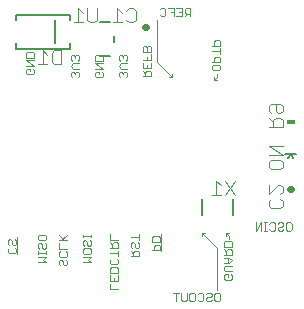
<source format=gbo>
G75*
G70*
%OFA0B0*%
%FSLAX24Y24*%
%IPPOS*%
%LPD*%
%AMOC8*
5,1,8,0,0,1.08239X$1,22.5*
%
%ADD10C,0.0020*%
%ADD11C,0.0040*%
%ADD12C,0.0080*%
%ADD13R,0.0300X0.0180*%
%ADD14C,0.0220*%
D10*
X005260Y001982D02*
X005260Y002075D01*
X005307Y002122D01*
X005307Y002211D02*
X005260Y002258D01*
X005260Y002351D01*
X005307Y002398D01*
X005353Y002398D01*
X005400Y002351D01*
X005400Y002258D01*
X005447Y002211D01*
X005494Y002211D01*
X005540Y002258D01*
X005540Y002351D01*
X005494Y002398D01*
X005580Y002477D02*
X005580Y001925D01*
X005540Y001982D02*
X005494Y001935D01*
X005307Y001935D01*
X005260Y001982D01*
X005494Y002122D02*
X005540Y002075D01*
X005540Y001982D01*
X006260Y002005D02*
X006260Y001911D01*
X006260Y001958D02*
X006540Y001958D01*
X006540Y001911D02*
X006540Y002005D01*
X006494Y002095D02*
X006447Y002095D01*
X006400Y002142D01*
X006400Y002236D01*
X006353Y002282D01*
X006307Y002282D01*
X006260Y002236D01*
X006260Y002142D01*
X006307Y002095D01*
X006494Y002095D02*
X006540Y002142D01*
X006540Y002236D01*
X006494Y002282D01*
X006494Y002372D02*
X006307Y002372D01*
X006260Y002418D01*
X006260Y002512D01*
X006307Y002558D01*
X006494Y002558D01*
X006540Y002512D01*
X006540Y002418D01*
X006494Y002372D01*
X006960Y002364D02*
X007240Y002364D01*
X007100Y002410D02*
X006960Y002551D01*
X007053Y002364D02*
X007240Y002551D01*
X006960Y002274D02*
X006960Y002087D01*
X007240Y002087D01*
X007194Y001998D02*
X007240Y001951D01*
X007240Y001858D01*
X007194Y001811D01*
X007007Y001811D01*
X006960Y001858D01*
X006960Y001951D01*
X007007Y001998D01*
X007007Y001722D02*
X006960Y001675D01*
X006960Y001582D01*
X007007Y001535D01*
X007100Y001582D02*
X007100Y001675D01*
X007053Y001722D01*
X007007Y001722D01*
X007100Y001582D02*
X007147Y001535D01*
X007194Y001535D01*
X007240Y001582D01*
X007240Y001675D01*
X007194Y001722D01*
X007760Y001635D02*
X008040Y001635D01*
X007947Y001728D01*
X008040Y001822D01*
X007760Y001822D01*
X007807Y001911D02*
X007760Y001958D01*
X007760Y002051D01*
X007807Y002098D01*
X007994Y002098D01*
X008040Y002051D01*
X008040Y001958D01*
X007994Y001911D01*
X007807Y001911D01*
X007807Y002187D02*
X007760Y002234D01*
X007760Y002328D01*
X007807Y002374D01*
X007853Y002374D01*
X007900Y002328D01*
X007900Y002234D01*
X007947Y002187D01*
X007994Y002187D01*
X008040Y002234D01*
X008040Y002328D01*
X007994Y002374D01*
X008040Y002464D02*
X008040Y002557D01*
X008040Y002510D02*
X007760Y002510D01*
X007760Y002464D02*
X007760Y002557D01*
X008660Y002579D02*
X008660Y002392D01*
X008940Y002392D01*
X008894Y002303D02*
X008940Y002256D01*
X008940Y002116D01*
X008660Y002116D01*
X008753Y002116D02*
X008753Y002256D01*
X008800Y002303D01*
X008894Y002303D01*
X008753Y002210D02*
X008660Y002303D01*
X008940Y002027D02*
X008940Y001840D01*
X008940Y001933D02*
X008660Y001933D01*
X008707Y001751D02*
X008660Y001704D01*
X008660Y001610D01*
X008707Y001564D01*
X008894Y001564D01*
X008940Y001610D01*
X008940Y001704D01*
X008894Y001751D01*
X008894Y001474D02*
X008707Y001474D01*
X008660Y001428D01*
X008660Y001287D01*
X008940Y001287D01*
X008940Y001428D01*
X008894Y001474D01*
X008940Y001198D02*
X008940Y001011D01*
X008660Y001011D01*
X008660Y001198D01*
X008800Y001105D02*
X008800Y001011D01*
X008660Y000922D02*
X008660Y000735D01*
X008940Y000735D01*
X009360Y001835D02*
X009640Y001835D01*
X009640Y001975D01*
X009594Y002022D01*
X009500Y002022D01*
X009453Y001975D01*
X009453Y001835D01*
X009453Y001928D02*
X009360Y002022D01*
X009407Y002111D02*
X009360Y002158D01*
X009360Y002251D01*
X009407Y002298D01*
X009453Y002298D01*
X009500Y002251D01*
X009500Y002158D01*
X009547Y002111D01*
X009594Y002111D01*
X009640Y002158D01*
X009640Y002251D01*
X009594Y002298D01*
X009640Y002387D02*
X009640Y002574D01*
X009640Y002481D02*
X009360Y002481D01*
X010060Y002451D02*
X010060Y002311D01*
X010340Y002311D01*
X010340Y002451D01*
X010294Y002498D01*
X010107Y002498D01*
X010060Y002451D01*
X010200Y002222D02*
X010153Y002175D01*
X010153Y002035D01*
X010060Y002035D02*
X010340Y002035D01*
X010340Y002175D01*
X010294Y002222D01*
X010200Y002222D01*
X010380Y002025D02*
X010380Y002577D01*
X012460Y002299D02*
X012460Y002159D01*
X012740Y002159D01*
X012740Y002299D01*
X012694Y002346D01*
X012507Y002346D01*
X012460Y002299D01*
X012460Y002069D02*
X012553Y001976D01*
X012553Y002023D02*
X012553Y001883D01*
X012460Y001883D02*
X012740Y001883D01*
X012740Y002023D01*
X012694Y002069D01*
X012600Y002069D01*
X012553Y002023D01*
X012600Y001793D02*
X012600Y001606D01*
X012647Y001606D02*
X012460Y001606D01*
X012507Y001517D02*
X012740Y001517D01*
X012647Y001606D02*
X012740Y001700D01*
X012647Y001793D01*
X012460Y001793D01*
X012507Y001517D02*
X012460Y001470D01*
X012460Y001377D01*
X012507Y001330D01*
X012740Y001330D01*
X012694Y001241D02*
X012740Y001194D01*
X012740Y001101D01*
X012694Y001054D01*
X012507Y001054D01*
X012460Y001101D01*
X012460Y001194D01*
X012507Y001241D01*
X012600Y001241D01*
X012600Y001147D01*
X012293Y000615D02*
X012340Y000569D01*
X012340Y000382D01*
X012293Y000335D01*
X012200Y000335D01*
X012153Y000382D01*
X012153Y000569D01*
X012200Y000615D01*
X012293Y000615D01*
X012064Y000569D02*
X012064Y000522D01*
X012017Y000475D01*
X011924Y000475D01*
X011877Y000428D01*
X011877Y000382D01*
X011924Y000335D01*
X012017Y000335D01*
X012064Y000382D01*
X012064Y000569D02*
X012017Y000615D01*
X011924Y000615D01*
X011877Y000569D01*
X011788Y000569D02*
X011788Y000382D01*
X011741Y000335D01*
X011647Y000335D01*
X011601Y000382D01*
X011511Y000382D02*
X011465Y000335D01*
X011371Y000335D01*
X011324Y000382D01*
X011324Y000569D01*
X011371Y000615D01*
X011465Y000615D01*
X011511Y000569D01*
X011511Y000382D01*
X011235Y000382D02*
X011188Y000335D01*
X011095Y000335D01*
X011048Y000382D01*
X011048Y000615D01*
X010959Y000615D02*
X010772Y000615D01*
X010865Y000615D02*
X010865Y000335D01*
X011235Y000382D02*
X011235Y000615D01*
X011601Y000569D02*
X011647Y000615D01*
X011741Y000615D01*
X011788Y000569D01*
X013529Y002685D02*
X013529Y002965D01*
X013716Y002965D02*
X013529Y002685D01*
X013716Y002685D02*
X013716Y002965D01*
X013807Y002965D02*
X013900Y002965D01*
X013854Y002965D02*
X013854Y002685D01*
X013900Y002685D02*
X013807Y002685D01*
X013990Y002732D02*
X014037Y002685D01*
X014130Y002685D01*
X014177Y002732D01*
X014177Y002919D01*
X014130Y002965D01*
X014037Y002965D01*
X013990Y002919D01*
X014266Y002919D02*
X014313Y002965D01*
X014406Y002965D01*
X014453Y002919D01*
X014453Y002872D01*
X014406Y002825D01*
X014313Y002825D01*
X014266Y002778D01*
X014266Y002732D01*
X014313Y002685D01*
X014406Y002685D01*
X014453Y002732D01*
X014542Y002732D02*
X014542Y002919D01*
X014589Y002965D01*
X014682Y002965D01*
X014729Y002919D01*
X014729Y002732D01*
X014682Y002685D01*
X014589Y002685D01*
X014542Y002732D01*
X010040Y007830D02*
X009760Y007830D01*
X009853Y007830D02*
X009853Y007970D01*
X009900Y008017D01*
X009994Y008017D01*
X010040Y007970D01*
X010040Y007830D01*
X009853Y007923D02*
X009760Y008017D01*
X009760Y008106D02*
X009760Y008293D01*
X009760Y008383D02*
X010040Y008383D01*
X010040Y008569D01*
X010040Y008659D02*
X010040Y008799D01*
X009994Y008846D01*
X009947Y008846D01*
X009900Y008799D01*
X009900Y008659D01*
X009760Y008659D02*
X009760Y008799D01*
X009807Y008846D01*
X009853Y008846D01*
X009900Y008799D01*
X009760Y008659D02*
X010040Y008659D01*
X009900Y008476D02*
X009900Y008383D01*
X010040Y008293D02*
X010040Y008106D01*
X009760Y008106D01*
X009900Y008106D02*
X009900Y008200D01*
X009240Y008269D02*
X009053Y008269D01*
X008960Y008176D01*
X009053Y008083D01*
X009240Y008083D01*
X009194Y007993D02*
X009147Y007993D01*
X009100Y007946D01*
X009053Y007993D01*
X009007Y007993D01*
X008960Y007946D01*
X008960Y007853D01*
X009007Y007806D01*
X009100Y007900D02*
X009100Y007946D01*
X009194Y007993D02*
X009240Y007946D01*
X009240Y007853D01*
X009194Y007806D01*
X009194Y008359D02*
X009240Y008405D01*
X009240Y008499D01*
X009194Y008546D01*
X009147Y008546D01*
X009100Y008499D01*
X009053Y008546D01*
X009007Y008546D01*
X008960Y008499D01*
X008960Y008405D01*
X009007Y008359D01*
X009100Y008452D02*
X009100Y008499D01*
X008440Y008499D02*
X008440Y008359D01*
X008160Y008359D01*
X008160Y008499D01*
X008207Y008546D01*
X008394Y008546D01*
X008440Y008499D01*
X008440Y008269D02*
X008160Y008269D01*
X008440Y008083D01*
X008160Y008083D01*
X008207Y007993D02*
X008300Y007993D01*
X008300Y007900D01*
X008207Y007993D02*
X008160Y007946D01*
X008160Y007853D01*
X008207Y007806D01*
X008394Y007806D01*
X008440Y007853D01*
X008440Y007946D01*
X008394Y007993D01*
X007640Y007946D02*
X007640Y007853D01*
X007594Y007806D01*
X007500Y007900D02*
X007500Y007946D01*
X007453Y007993D01*
X007407Y007993D01*
X007360Y007946D01*
X007360Y007853D01*
X007407Y007806D01*
X007500Y007946D02*
X007547Y007993D01*
X007594Y007993D01*
X007640Y007946D01*
X007640Y008083D02*
X007453Y008083D01*
X007360Y008176D01*
X007453Y008269D01*
X007640Y008269D01*
X007594Y008359D02*
X007640Y008405D01*
X007640Y008499D01*
X007594Y008546D01*
X007547Y008546D01*
X007500Y008499D01*
X007453Y008546D01*
X007407Y008546D01*
X007360Y008499D01*
X007360Y008405D01*
X007407Y008359D01*
X007500Y008452D02*
X007500Y008499D01*
X006140Y008459D02*
X006140Y008599D01*
X006094Y008646D01*
X005907Y008646D01*
X005860Y008599D01*
X005860Y008459D01*
X006140Y008459D01*
X006140Y008369D02*
X005860Y008369D01*
X006140Y008183D01*
X005860Y008183D01*
X005907Y008093D02*
X006000Y008093D01*
X006000Y008000D01*
X005907Y008093D02*
X005860Y008046D01*
X005860Y007953D01*
X005907Y007906D01*
X006094Y007906D01*
X006140Y007953D01*
X006140Y008046D01*
X006094Y008093D01*
X010329Y009882D02*
X010376Y009835D01*
X010470Y009835D01*
X010516Y009882D01*
X010516Y010069D01*
X010470Y010115D01*
X010376Y010115D01*
X010329Y010069D01*
X010606Y010115D02*
X010792Y010115D01*
X010792Y009835D01*
X010882Y009835D02*
X011069Y009835D01*
X011069Y010115D01*
X010882Y010115D01*
X010792Y009975D02*
X010699Y009975D01*
X010975Y009975D02*
X011069Y009975D01*
X011158Y009975D02*
X011158Y010069D01*
X011205Y010115D01*
X011345Y010115D01*
X011345Y009835D01*
X011345Y009928D02*
X011205Y009928D01*
X011158Y009975D01*
X011252Y009928D02*
X011158Y009835D01*
X012153Y008999D02*
X012153Y008859D01*
X012060Y008859D02*
X012340Y008859D01*
X012340Y008999D01*
X012294Y009046D01*
X012200Y009046D01*
X012153Y008999D01*
X012340Y008769D02*
X012340Y008583D01*
X012340Y008676D02*
X012060Y008676D01*
X012200Y008493D02*
X012153Y008446D01*
X012153Y008306D01*
X012060Y008306D02*
X012340Y008306D01*
X012340Y008446D01*
X012294Y008493D01*
X012200Y008493D01*
X012107Y008217D02*
X012294Y008217D01*
X012340Y008170D01*
X012340Y008077D01*
X012294Y008030D01*
X012107Y008030D01*
X012060Y008077D01*
X012060Y008170D01*
X012107Y008217D01*
X006540Y001822D02*
X006260Y001822D01*
X006447Y001728D02*
X006540Y001822D01*
X006447Y001728D02*
X006540Y001635D01*
X006260Y001635D01*
D11*
X011750Y002525D02*
X011750Y002625D01*
X011850Y002625D01*
X011750Y002625D02*
X012250Y002125D01*
X012250Y000725D01*
X012650Y002425D02*
X012650Y002525D01*
X012550Y002625D01*
X012650Y002625D01*
X012550Y002625D02*
X012550Y002525D01*
X013970Y003522D02*
X013970Y003675D01*
X014047Y003752D01*
X013970Y003905D02*
X014277Y004212D01*
X014354Y004212D01*
X014430Y004136D01*
X014430Y003982D01*
X014354Y003905D01*
X014354Y003752D02*
X014430Y003675D01*
X014430Y003522D01*
X014354Y003445D01*
X014047Y003445D01*
X013970Y003522D01*
X013970Y003905D02*
X013970Y004212D01*
X014047Y004745D02*
X013970Y004822D01*
X013970Y004975D01*
X014047Y005052D01*
X014354Y005052D01*
X014430Y004975D01*
X014430Y004822D01*
X014354Y004745D01*
X014047Y004745D01*
X013970Y005205D02*
X014430Y005205D01*
X013970Y005512D01*
X014430Y005512D01*
X014430Y006145D02*
X013970Y006145D01*
X014123Y006145D02*
X014123Y006375D01*
X014200Y006452D01*
X014354Y006452D01*
X014430Y006375D01*
X014430Y006145D01*
X014123Y006298D02*
X013970Y006452D01*
X014047Y006605D02*
X013970Y006682D01*
X013970Y006836D01*
X014047Y006912D01*
X014354Y006912D01*
X014430Y006836D01*
X014430Y006682D01*
X014354Y006605D01*
X014277Y006605D01*
X014200Y006682D01*
X014200Y006912D01*
X012250Y007725D02*
X012150Y007725D01*
X012150Y007825D01*
X012250Y007825D02*
X012150Y007725D01*
X012250Y007825D02*
X012250Y007925D01*
X010750Y007925D02*
X010750Y007825D01*
X010650Y007825D01*
X010750Y007825D02*
X010250Y008325D01*
X010250Y009725D01*
X009530Y009722D02*
X009453Y009645D01*
X009300Y009645D01*
X009223Y009722D01*
X009070Y009645D02*
X008763Y009645D01*
X008916Y009645D02*
X008916Y010105D01*
X009070Y009952D01*
X009223Y010029D02*
X009300Y010105D01*
X009453Y010105D01*
X009530Y010029D01*
X009530Y009722D01*
X008230Y009722D02*
X008153Y009645D01*
X008000Y009645D01*
X007923Y009722D01*
X007923Y010105D01*
X007770Y009952D02*
X007616Y010105D01*
X007616Y009645D01*
X007463Y009645D02*
X007770Y009645D01*
X008230Y009722D02*
X008230Y010105D01*
X007051Y008705D02*
X006821Y008705D01*
X006744Y008629D01*
X006744Y008322D01*
X006821Y008245D01*
X007051Y008245D01*
X007051Y008705D01*
X006590Y008552D02*
X006437Y008705D01*
X006437Y008245D01*
X006590Y008245D02*
X006283Y008245D01*
X012216Y004355D02*
X012216Y003895D01*
X012063Y003895D02*
X012370Y003895D01*
X012523Y003895D02*
X012830Y004355D01*
X012523Y004355D02*
X012830Y003895D01*
X012370Y004202D02*
X012216Y004355D01*
D12*
X011741Y003731D02*
X011741Y003219D01*
X012759Y003219D02*
X012759Y003731D01*
X014608Y005120D02*
X014700Y005242D01*
X014881Y005242D01*
X014786Y005120D02*
X014710Y005236D01*
X014700Y005242D02*
X014519Y005242D01*
X008819Y008969D02*
X008819Y009181D01*
X008669Y009635D02*
X008331Y009635D01*
X007356Y009719D02*
X007356Y009896D01*
X005544Y009896D01*
X005544Y009719D01*
X005544Y008931D02*
X005544Y008754D01*
X007356Y008754D01*
X007356Y008931D01*
X006844Y008931D02*
X006844Y009719D01*
X008331Y008515D02*
X008669Y008515D01*
D13*
X014700Y006325D03*
D14*
X014688Y004075D02*
X014712Y004075D01*
X009862Y009475D02*
X009838Y009475D01*
M02*

</source>
